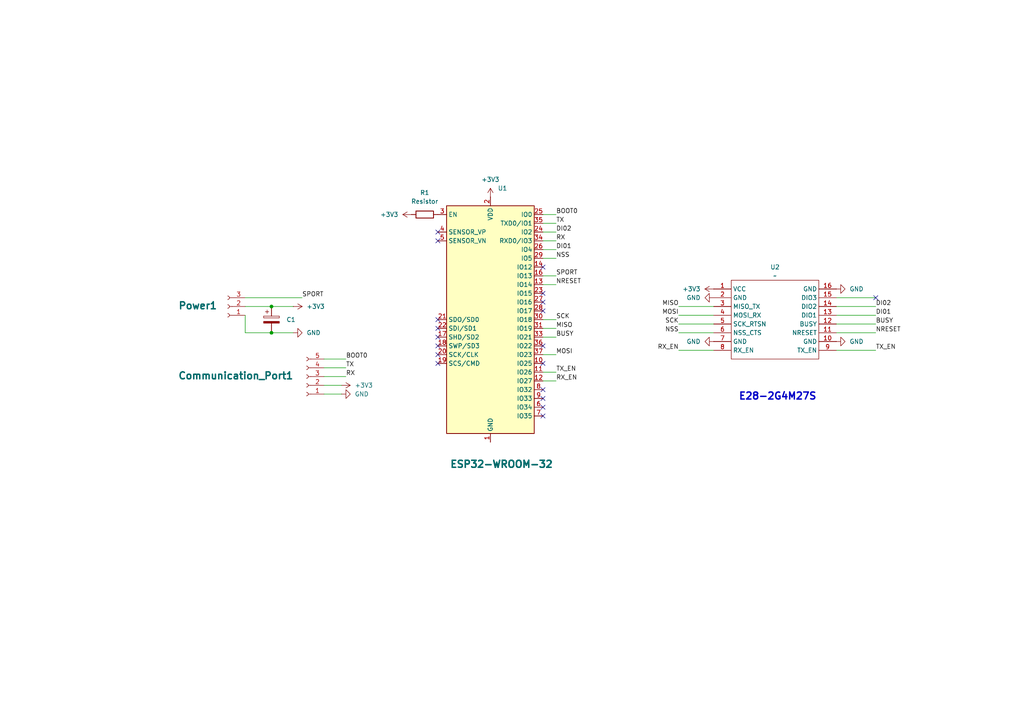
<source format=kicad_sch>
(kicad_sch (version 20250114) (generator "eeschema") (generator_version "9.0")
  (paper "A4")
  (lib_symbols
    (symbol "Connector:Conn_01x03_Socket" (pin_names (offset 1.016) (hide yes))
      (property "Reference" "J" (at 0 5.08 0))
      (property "Value" "Conn_01x03_Socket" (at 0 -5.08 0))
      (symbol "Conn_01x03_Socket_1_1"
        (polyline (pts (xy -1.27 2.54) (xy -0.508 2.54)) (stroke (width 0.1524)))
        (polyline (pts (xy -1.27 0) (xy -0.508 0)) (stroke (width 0.1524)))
        (polyline (pts (xy -1.27 -2.54) (xy -0.508 -2.54)) (stroke (width 0.1524)))
        (arc (start 0 2.032) (mid -0.5058 2.54) (end 0 3.048) (stroke (width 0.1524)))
        (arc (start 0 -0.508) (mid -0.5058 0) (end 0 0.508) (stroke (width 0.1524)))
        (arc (start 0 -3.048) (mid -0.5058 -2.54) (end 0 -2.032) (stroke (width 0.1524)))
        (pin passive line (at -5.08 2.54 0) (length 3.81) (name "Pin_1") (number "1"))
        (pin passive line (at -5.08 0 0) (length 3.81) (name "Pin_2") (number "2"))
        (pin passive line (at -5.08 -2.54 0) (length 3.81) (name "Pin_3") (number "3"))
      )
    )
    (symbol "Connector:Conn_01x05_Socket" (pin_names (offset 1.016) (hide yes))
      (property "Reference" "J" (at 0 7.62 0))
      (property "Value" "Conn_01x05_Socket" (at 0 -7.62 0))
      (symbol "Conn_01x05_Socket_1_1"
        (polyline (pts (xy -1.27 5.08) (xy -0.508 5.08)) (stroke (width 0.1524)))
        (polyline (pts (xy -1.27 2.54) (xy -0.508 2.54)) (stroke (width 0.1524)))
        (polyline (pts (xy -1.27 0) (xy -0.508 0)) (stroke (width 0.1524)))
        (polyline (pts (xy -1.27 -2.54) (xy -0.508 -2.54)) (stroke (width 0.1524)))
        (polyline (pts (xy -1.27 -5.08) (xy -0.508 -5.08)) (stroke (width 0.1524)))
        (arc (start 0 4.572) (mid -0.5058 5.08) (end 0 5.588) (stroke (width 0.1524)))
        (arc (start 0 2.032) (mid -0.5058 2.54) (end 0 3.048) (stroke (width 0.1524)))
        (arc (start 0 -0.508) (mid -0.5058 0) (end 0 0.508) (stroke (width 0.1524)))
        (arc (start 0 -3.048) (mid -0.5058 -2.54) (end 0 -2.032) (stroke (width 0.1524)))
        (arc (start 0 -5.588) (mid -0.5058 -5.08) (end 0 -4.572) (stroke (width 0.1524)))
        (pin passive line (at -5.08 5.08 0) (length 3.81) (name "Pin_1") (number "1"))
        (pin passive line (at -5.08 2.54 0) (length 3.81) (name "Pin_2") (number "2"))
        (pin passive line (at -5.08 0 0) (length 3.81) (name "Pin_3") (number "3"))
        (pin passive line (at -5.08 -2.54 0) (length 3.81) (name "Pin_4") (number "4"))
        (pin passive line (at -5.08 -5.08 0) (length 3.81) (name "Pin_5") (number "5"))
      )
    )
    (symbol "Device:C_Polarized" (pin_numbers (hide yes)) (pin_names (offset 0.254))
      (property "Reference" "C" (at 0.635 2.54 0))
      (property "Value" "C_Polarized" (at 0.635 -2.54 0))
      (symbol "C_Polarized_0_1"
        (rectangle (start -2.286 0.508) (end 2.286 1.016))
        (polyline (pts (xy -1.778 2.286) (xy -0.762 2.286)))
        (polyline (pts (xy -1.27 2.794) (xy -1.27 1.778)))
        (rectangle (start 2.286 -0.508) (end -2.286 -1.016) (fill (type outline)))
      )
      (symbol "C_Polarized_1_1"
        (pin passive line (at 0 3.81 270) (length 2.794) (name "~") (number "1"))
        (pin passive line (at 0 -3.81 90) (length 2.794) (name "~") (number "2"))
      )
    )
    (symbol "E28:E28-2G4M27S"
      (property "Reference" "U" (at 0 0 0))
      (symbol "E28-2G4M27S_1_0"
        (rectangle (start -12.7 -15.24) (end 12.7 7.62))
        (pin input line (at -17.78 5.08 0) (length 5.08) (name "VCC") (number "1"))
        (pin input line (at -17.78 2.54 0) (length 5.08) (name "GND") (number "2"))
        (pin input line (at -17.78 0 0) (length 5.08) (name "MISO_TX") (number "3"))
        (pin input line (at -17.78 -2.54 0) (length 5.08) (name "MOSI_RX") (number "4"))
        (pin input line (at -17.78 -5.08 0) (length 5.08) (name "SCK_RTSN") (number "5"))
        (pin input line (at -17.78 -7.62 0) (length 5.08) (name "NSS_CTS") (number "6"))
        (pin input line (at -17.78 -10.16 0) (length 5.08) (name "GND") (number "7"))
        (pin input line (at -17.78 -12.7 0) (length 5.08) (name "RX_EN") (number "8"))
        (pin input line (at 17.78 5.08 180) (length 5.08) (name "GND") (number "16"))
        (pin input line (at 17.78 2.54 180) (length 5.08) (name "DIO3") (number "15"))
        (pin input line (at 17.78 0 180) (length 5.08) (name "DIO2") (number "14"))
        (pin input line (at 17.78 -2.54 180) (length 5.08) (name "DIO1") (number "13"))
        (pin input line (at 17.78 -5.08 180) (length 5.08) (name "BUSY") (number "12"))
        (pin input line (at 17.78 -7.62 180) (length 5.08) (name "NRESET") (number "11"))
        (pin input line (at 17.78 -10.16 180) (length 5.08) (name "GND") (number "10"))
        (pin input line (at 17.78 -12.7 180) (length 5.08) (name "TX_EN") (number "9"))
      )
    )
    (symbol "RF_Module:ESP32-WROOM-32"
      (property "Reference" "U" (at -12.7 34.29 0))
      (property "Value" "ESP32-WROOM-32" (at 1.27 34.29 0))
      (symbol "ESP32-WROOM-32_0_1"
        (rectangle (start -12.7 33.02) (end 12.7 -33.02) (stroke (width 0.254)) (fill (type background)))
      )
      (symbol "ESP32-WROOM-32_1_1"
        (pin input line (at -15.24 30.48 0) (length 2.54) (name "EN") (number "3"))
        (pin input line (at -15.24 25.4 0) (length 2.54) (name "SENSOR_VP") (number "4"))
        (pin input line (at -15.24 22.86 0) (length 2.54) (name "SENSOR_VN") (number "5"))
        (pin bidirectional line (at -15.24 0 0) (length 2.54) (name "SDO/SD0") (number "21"))
        (pin bidirectional line (at -15.24 -2.54 0) (length 2.54) (name "SDI/SD1") (number "22"))
        (pin bidirectional line (at -15.24 -5.08 0) (length 2.54) (name "SHD/SD2") (number "17"))
        (pin bidirectional line (at -15.24 -7.62 0) (length 2.54) (name "SWP/SD3") (number "18"))
        (pin bidirectional line (at -15.24 -10.16 0) (length 2.54) (name "SCK/CLK") (number "20"))
        (pin bidirectional line (at -15.24 -12.7 0) (length 2.54) (name "SCS/CMD") (number "19"))
        (pin no_connect line (at -12.7 -27.94 0) (length 2.54) (hide yes) (name "NC") (number "32"))
        (pin power_in line (at 0 35.56 270) (length 2.54) (name "VDD") (number "2"))
        (pin power_in line (at 0 -35.56 90) (length 2.54) (name "GND") (number "1"))
        (pin passive line (at 0 -35.56 90) (length 2.54) (hide yes) (name "GND") (number "15"))
        (pin passive line (at 0 -35.56 90) (length 2.54) (hide yes) (name "GND") (number "38"))
        (pin passive line (at 0 -35.56 90) (length 2.54) (hide yes) (name "GND") (number "39"))
        (pin bidirectional line (at 15.24 30.48 180) (length 2.54) (name "IO0") (number "25"))
        (pin bidirectional line (at 15.24 27.94 180) (length 2.54) (name "TXD0/IO1") (number "35"))
        (pin bidirectional line (at 15.24 25.4 180) (length 2.54) (name "IO2") (number "24"))
        (pin bidirectional line (at 15.24 22.86 180) (length 2.54) (name "RXD0/IO3") (number "34"))
        (pin bidirectional line (at 15.24 20.32 180) (length 2.54) (name "IO4") (number "26"))
        (pin bidirectional line (at 15.24 17.78 180) (length 2.54) (name "IO5") (number "29"))
        (pin bidirectional line (at 15.24 15.24 180) (length 2.54) (name "IO12") (number "14"))
        (pin bidirectional line (at 15.24 12.7 180) (length 2.54) (name "IO13") (number "16"))
        (pin bidirectional line (at 15.24 10.16 180) (length 2.54) (name "IO14") (number "13"))
        (pin bidirectional line (at 15.24 7.62 180) (length 2.54) (name "IO15") (number "23"))
        (pin bidirectional line (at 15.24 5.08 180) (length 2.54) (name "IO16") (number "27"))
        (pin bidirectional line (at 15.24 2.54 180) (length 2.54) (name "IO17") (number "28"))
        (pin bidirectional line (at 15.24 0 180) (length 2.54) (name "IO18") (number "30"))
        (pin bidirectional line (at 15.24 -2.54 180) (length 2.54) (name "IO19") (number "31"))
        (pin bidirectional line (at 15.24 -5.08 180) (length 2.54) (name "IO21") (number "33"))
        (pin bidirectional line (at 15.24 -7.62 180) (length 2.54) (name "IO22") (number "36"))
        (pin bidirectional line (at 15.24 -10.16 180) (length 2.54) (name "IO23") (number "37"))
        (pin bidirectional line (at 15.24 -12.7 180) (length 2.54) (name "IO25") (number "10"))
        (pin bidirectional line (at 15.24 -15.24 180) (length 2.54) (name "IO26") (number "11"))
        (pin bidirectional line (at 15.24 -17.78 180) (length 2.54) (name "IO27") (number "12"))
        (pin bidirectional line (at 15.24 -20.32 180) (length 2.54) (name "IO32") (number "8"))
        (pin bidirectional line (at 15.24 -22.86 180) (length 2.54) (name "IO33") (number "9"))
        (pin input line (at 15.24 -25.4 180) (length 2.54) (name "IO34") (number "6"))
        (pin input line (at 15.24 -27.94 180) (length 2.54) (name "IO35") (number "7"))
      )
    )
    (symbol "ScottoKeebs:Placeholder_Resistor" (pin_numbers (hide yes)) (pin_names (offset 0))
      (property "Reference" "R" (at 0 2.032 0))
      (property "Value" "Resistor" (at 0 -2.54 0))
      (symbol "Placeholder_Resistor_0_1"
        (rectangle (start 2.54 -1.016) (end -2.54 1.016) (stroke (width 0.254)))
      )
      (symbol "Placeholder_Resistor_1_1"
        (pin passive line (at -3.81 0 0) (length 1.27) (name "~") (number "1"))
        (pin passive line (at 3.81 0 180) (length 1.27) (name "~") (number "2"))
      )
    )
    (symbol "power:+3V3" (power) (pin_numbers (hide yes)) (pin_names (offset 0) (hide yes))
      (property "Value" "+3V3" (at 0 3.556 0))
      (symbol "+3V3_0_1"
        (polyline (pts (xy -0.762 1.27) (xy 0 2.54)))
        (polyline (pts (xy 0 2.54) (xy 0.762 1.27)))
        (polyline (pts (xy 0 0) (xy 0 2.54)))
      )
      (symbol "+3V3_1_1"
        (pin power_in line (at 0 0 90) (length 0) (name "~") (number "1"))
      )
    )
    (symbol "power:GND" (power) (pin_numbers (hide yes)) (pin_names (offset 0) (hide yes))
      (property "Value" "GND" (at 0 -3.81 0))
      (symbol "GND_0_1"
        (polyline (pts (xy 0 0) (xy 0 -1.27) (xy 1.27 -1.27) (xy 0 -2.54) (xy -1.27 -1.27) (xy 0 -1.27)))
      )
      (symbol "GND_1_1"
        (pin power_in line (at 0 0 270) (length 0) (name "~") (number "1"))
      )
    )
  )
  (text "E28-2G4M27S" (at 225.552 115.062 0) (effects (font (size 2.032 2.032) (thickness 0.4064) (bold yes))))
  (junction (at 78.74 88.9))
  (junction (at 78.74 96.52))
  (no_connect (at 127 69.85))
  (no_connect (at 157.48 85.09))
  (no_connect (at 127 97.79))
  (no_connect (at 157.48 90.17))
  (no_connect (at 127 95.25))
  (no_connect (at 157.48 120.65))
  (no_connect (at 254 86.36))
  (no_connect (at 127 67.31))
  (no_connect (at 127 100.33))
  (no_connect (at 127 102.87))
  (no_connect (at 157.48 105.41))
  (no_connect (at 127 92.71))
  (no_connect (at 157.48 87.63))
  (no_connect (at 157.48 113.03))
  (no_connect (at 157.48 77.47))
  (no_connect (at 157.48 100.33))
  (no_connect (at 127 105.41))
  (no_connect (at 157.48 118.11))
  (no_connect (at 157.48 115.57))
  (wire (pts (xy 157.48 95.25) (xy 161.29 95.25)))
  (wire (pts (xy 157.48 82.55) (xy 161.29 82.55)))
  (wire (pts (xy 242.57 101.6) (xy 254 101.6)))
  (wire (pts (xy 71.12 96.52) (xy 71.12 91.44)))
  (wire (pts (xy 242.57 91.44) (xy 254 91.44)))
  (wire (pts (xy 157.48 74.93) (xy 161.29 74.93)))
  (wire (pts (xy 78.74 88.9) (xy 71.12 88.9)))
  (wire (pts (xy 196.85 93.98) (xy 207.01 93.98)))
  (wire (pts (xy 157.48 110.49) (xy 161.29 110.49)))
  (wire (pts (xy 157.48 92.71) (xy 161.29 92.71)))
  (wire (pts (xy 157.48 102.87) (xy 161.29 102.87)))
  (wire (pts (xy 93.98 109.22) (xy 100.33 109.22)))
  (wire (pts (xy 196.85 96.52) (xy 207.01 96.52)))
  (wire (pts (xy 157.48 107.95) (xy 161.29 107.95)))
  (wire (pts (xy 157.48 69.85) (xy 161.29 69.85)))
  (wire (pts (xy 242.57 93.98) (xy 254 93.98)))
  (wire (pts (xy 157.48 80.01) (xy 161.29 80.01)))
  (wire (pts (xy 242.57 96.52) (xy 254 96.52)))
  (wire (pts (xy 71.12 86.36) (xy 87.63 86.36)))
  (wire (pts (xy 157.48 97.79) (xy 161.29 97.79)))
  (wire (pts (xy 242.57 86.36) (xy 254 86.36)))
  (wire (pts (xy 85.09 88.9) (xy 78.74 88.9)))
  (wire (pts (xy 93.98 111.76) (xy 99.06 111.76)))
  (wire (pts (xy 93.98 104.14) (xy 100.33 104.14)))
  (wire (pts (xy 157.48 64.77) (xy 161.29 64.77)))
  (wire (pts (xy 157.48 67.31) (xy 161.29 67.31)))
  (wire (pts (xy 78.74 96.52) (xy 71.12 96.52)))
  (wire (pts (xy 157.48 72.39) (xy 161.29 72.39)))
  (wire (pts (xy 196.85 91.44) (xy 207.01 91.44)))
  (wire (pts (xy 242.57 88.9) (xy 254 88.9)))
  (wire (pts (xy 196.85 88.9) (xy 207.01 88.9)))
  (wire (pts (xy 93.98 114.3) (xy 99.06 114.3)))
  (wire (pts (xy 78.74 96.52) (xy 85.09 96.52)))
  (wire (pts (xy 196.85 101.6) (xy 207.01 101.6)))
  (wire (pts (xy 157.48 62.23) (xy 161.29 62.23)))
  (wire (pts (xy 93.98 106.68) (xy 100.33 106.68)))
  (label "RX" (at 161.29 69.85 0))
  (label "DI02" (at 254 88.9 0))
  (label "TX_EN" (at 254 101.6 0))
  (label "MISO" (at 196.85 88.9 180))
  (label "SPORT" (at 87.63 86.36 0))
  (label "BUSY" (at 161.29 97.79 0))
  (label "BOOT0" (at 100.33 104.14 0))
  (label "TX" (at 100.33 106.68 0))
  (label "SPORT" (at 161.29 80.01 0))
  (label "NRESET" (at 161.29 82.55 0))
  (label "RX_EN" (at 196.85 101.6 180))
  (label "SCK" (at 161.29 92.71 0))
  (label "TX_EN" (at 161.29 107.95 0))
  (label "NSS" (at 196.85 96.52 180))
  (label "RX_EN" (at 161.29 110.49 0))
  (label "MISO" (at 161.29 95.25 0))
  (label "BUSY" (at 254 93.98 0))
  (label "DI01" (at 254 91.44 0))
  (label "NSS" (at 161.29 74.93 0))
  (label "BOOT0" (at 161.29 62.23 0))
  (label "MOSI" (at 161.29 102.87 0))
  (label "SCK" (at 196.85 93.98 180))
  (label "TX" (at 161.29 64.77 0))
  (label "MOSI" (at 196.85 91.44 180))
  (label "RX" (at 100.33 109.22 0))
  (label "DI01" (at 161.29 72.39 0))
  (label "NRESET" (at 254 96.52 0))
  (label "DI02" (at 161.29 67.31 0))
  (symbol (lib_id "power:GND") (at 242.57 99.06 90) (unit 1)
    (property "Reference" "#PWR07" (effects (hide yes)))
    (property "Value" "GND" (at 246.38 99.0599 90) (effects (justify right)))
    (property "Description" "Power symbol creates a global label with name \"GND\" , ground" (effects (hide yes)))
  )
  (symbol (lib_id "Connector:Conn_01x05_Socket") (at 88.9 109.22 180) (unit 1)
    (property "Reference" "Communication_Port1" (at 85.344 108.966 0) (effects (font (size 2.032 2.032) (thickness 0.4064) (bold yes)) (justify left)))
    (property "Value" "Conn_01x05_Socket" (effects (hide yes)))
    (property "Footprint" "Connector_PinSocket_2.54mm:PinSocket_1x05_P2.54mm_Horizontal" (effects (hide yes)))
    (property "Description" "Generic connector, single row, 01x05, script generated" (effects (hide yes)))
  )
  (symbol (lib_id "power:GND") (at 207.01 86.36 270) (unit 1)
    (property "Reference" "#PWR04" (effects (hide yes)))
    (property "Value" "GND" (at 203.2 86.3599 90) (effects (justify right)))
    (property "Description" "Power symbol creates a global label with name \"GND\" , ground" (effects (hide yes)))
  )
  (symbol (lib_id "Device:C_Polarized") (at 78.74 92.71 0) (unit 1)
    (property "Reference" "C1" (at 83.058 92.71 0) (effects (justify left)))
    (property "Value" "C_Polarized" (effects (hide yes)))
    (property "Footprint" "Capacitor_THT:CP_Radial_D6.3mm_P2.50mm" (effects (hide yes)))
    (property "Description" "Polarized capacitor" (effects (hide yes)))
  )
  (symbol (lib_id "power:+3V3") (at 142.24 57.15 0) (unit 1)
    (property "Reference" "#PWR011" (effects (hide yes)))
    (property "Value" "+3V3" (at 142.24 52.07 0))
    (property "Description" "Power symbol creates a global label with name \"+3V3\"" (effects (hide yes)))
  )
  (symbol (lib_id "power:+3V3") (at 207.01 83.82 90) (unit 1)
    (property "Reference" "#PWR03" (effects (hide yes)))
    (property "Value" "+3V3" (at 203.2 83.8199 90) (effects (justify left)))
    (property "Description" "Power symbol creates a global label with name \"+3V3\"" (effects (hide yes)))
  )
  (symbol (lib_id "ScottoKeebs:Placeholder_Resistor") (at 123.19 62.23 0) (unit 1)
    (property "Reference" "R1" (at 123.19 55.88 0))
    (property "Value" "Resistor" (at 123.19 58.42 0))
    (property "Footprint" "Resistor_THT:R_Axial_DIN0207_L6.3mm_D2.5mm_P7.62mm_Horizontal" (effects (hide yes)))
    (property "Description" "Resistor" (effects (hide yes)))
  )
  (symbol (lib_id "power:GND") (at 85.09 96.52 90) (unit 1)
    (property "Reference" "#PWR02" (effects (hide yes)))
    (property "Value" "GND" (at 88.9 96.5199 90) (effects (justify right)))
    (property "Description" "Power symbol creates a global label with name \"GND\" , ground" (effects (hide yes)))
  )
  (symbol (lib_id "E28:E28-2G4M27S") (at 224.79 88.9 0) (unit 1)
    (property "Reference" "U2" (at 224.79 77.47 0))
    (property "Value" "~" (at 224.79 80.01 0))
    (property "Footprint" "E28-2G4M27S:WIRELM-SMD_E28-2G4M2XS" (effects (hide yes)))
    (property "Datasheet" "https://atta.szlcsc.com/upload/public/pdf/source/20190812/C411312_0AF9A25E8BDBF924350986A8B55E4B24.pdf" (effects (hide yes)))
    (property "Manufacturer Part" "E28-2G4M27S" (effects (hide yes)))
    (property "Manufacturer" "EBYTE(亿佰特)" (effects (hide yes)))
    (property "Supplier Part" "C411312" (effects (hide yes)))
    (property "Supplier" "LCSC" (effects (hide yes)))
    (property "LCSC Part Name" "E28-2G4M27S" (effects (hide yes)))
  )
  (symbol (lib_id "power:+3V3") (at 85.09 88.9 270) (unit 1)
    (property "Reference" "#PWR01" (effects (hide yes)))
    (property "Value" "+3V3" (at 88.9 88.8999 90) (effects (justify left)))
    (property "Description" "Power symbol creates a global label with name \"+3V3\"" (effects (hide yes)))
  )
  (symbol (lib_id "power:GND") (at 242.57 83.82 90) (unit 1)
    (property "Reference" "#PWR06" (effects (hide yes)))
    (property "Value" "GND" (at 246.38 83.8199 90) (effects (justify right)))
    (property "Description" "Power symbol creates a global label with name \"GND\" , ground" (effects (hide yes)))
  )
  (symbol (lib_id "RF_Module:ESP32-WROOM-32") (at 142.24 92.71 0) (unit 1)
    (property "Reference" "U1" (at 144.3833 54.61 0) (effects (justify left)))
    (property "Value" "ESP32-WROOM-32" (at 130.302 134.62 0) (effects (font (size 2.032 2.032) (thickness 0.4064) (bold yes)) (justify left)))
    (property "Footprint" "RF_Module:ESP32-WROOM-32" (effects (hide yes)))
    (property "Datasheet" "https://www.espressif.com/sites/default/files/documentation/esp32-wroom-32_datasheet_en.pdf" (effects (hide yes)))
    (property "Description" "RF Module, ESP32-D0WDQ6 SoC, Wi-Fi 802.11b/g/n, Bluetooth, BLE, 32-bit, 2.7-3.6V, onboard antenna, SMD" (effects (hide yes)))
  )
  (symbol (lib_id "power:GND") (at 99.06 114.3 90) (unit 1)
    (property "Reference" "#PWR09" (effects (hide yes)))
    (property "Value" "GND" (at 102.87 114.2999 90) (effects (justify right)))
    (property "Description" "Power symbol creates a global label with name \"GND\" , ground" (effects (hide yes)))
  )
  (symbol (lib_id "power:GND") (at 207.01 99.06 270) (unit 1)
    (property "Reference" "#PWR05" (effects (hide yes)))
    (property "Value" "GND" (at 203.2 99.0599 90) (effects (justify right)))
    (property "Description" "Power symbol creates a global label with name \"GND\" , ground" (effects (hide yes)))
  )
  (symbol (lib_id "power:+3V3") (at 99.06 111.76 270) (unit 1)
    (property "Reference" "#PWR08" (effects (hide yes)))
    (property "Value" "+3V3" (at 102.87 111.7599 90) (effects (justify left)))
    (property "Description" "Power symbol creates a global label with name \"+3V3\"" (effects (hide yes)))
  )
  (symbol (lib_id "power:+3V3") (at 119.38 62.23 90) (unit 1)
    (property "Reference" "#PWR010" (effects (hide yes)))
    (property "Value" "+3V3" (at 115.57 62.2299 90) (effects (justify left)))
    (property "Description" "Power symbol creates a global label with name \"+3V3\"" (effects (hide yes)))
  )
  (symbol (lib_id "Connector:Conn_01x03_Socket") (at 66.04 88.9 180) (unit 1)
    (property "Reference" "Power1" (at 63.246 88.646 0) (effects (font (size 2.032 2.032) (thickness 0.4064) (bold yes)) (justify left)))
    (property "Value" "Conn_01x03_Socket" (effects (hide yes)))
    (property "Footprint" "Connector_PinSocket_2.54mm:PinSocket_1x03_P2.54mm_Horizontal" (effects (hide yes)))
    (property "Description" "Generic connector, single row, 01x03, script generated" (effects (hide yes)))
  )
)
</source>
